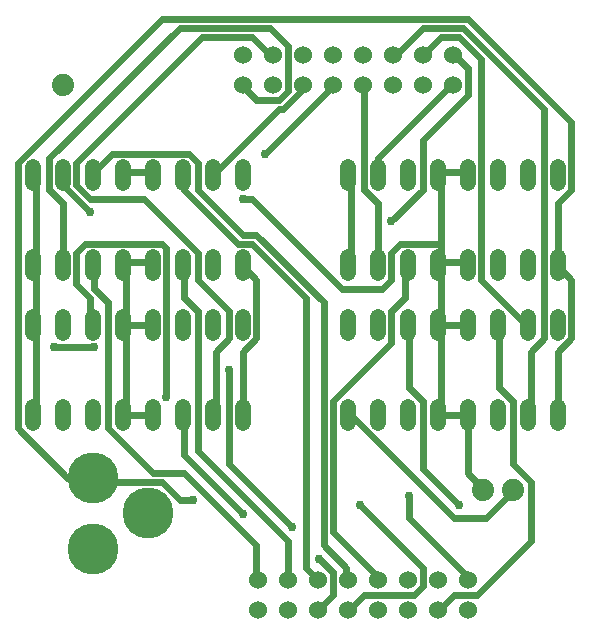
<source format=gbr>
G04 EAGLE Gerber X2 export*
%TF.Part,Single*%
%TF.FileFunction,Copper,L1,Top,Mixed*%
%TF.FilePolarity,Positive*%
%TF.GenerationSoftware,Autodesk,EAGLE,8.6.3*%
%TF.CreationDate,2018-02-26T22:29:53Z*%
G75*
%MOMM*%
%FSLAX34Y34*%
%LPD*%
%AMOC8*
5,1,8,0,0,1.08239X$1,22.5*%
G01*
%ADD10C,1.320800*%
%ADD11C,1.530000*%
%ADD12C,4.318000*%
%ADD13C,1.879600*%
%ADD14C,0.609600*%
%ADD15C,0.756400*%


D10*
X50800Y310896D02*
X50800Y324104D01*
X76200Y324104D02*
X76200Y310896D01*
X203200Y310896D02*
X203200Y324104D01*
X228600Y324104D02*
X228600Y310896D01*
X101600Y310896D02*
X101600Y324104D01*
X127000Y324104D02*
X127000Y310896D01*
X177800Y310896D02*
X177800Y324104D01*
X152400Y324104D02*
X152400Y310896D01*
X228600Y387096D02*
X228600Y400304D01*
X203200Y400304D02*
X203200Y387096D01*
X177800Y387096D02*
X177800Y400304D01*
X152400Y400304D02*
X152400Y387096D01*
X127000Y387096D02*
X127000Y400304D01*
X101600Y400304D02*
X101600Y387096D01*
X76200Y387096D02*
X76200Y400304D01*
X50800Y400304D02*
X50800Y387096D01*
X317500Y324104D02*
X317500Y310896D01*
X342900Y310896D02*
X342900Y324104D01*
X469900Y324104D02*
X469900Y310896D01*
X495300Y310896D02*
X495300Y324104D01*
X368300Y324104D02*
X368300Y310896D01*
X393700Y310896D02*
X393700Y324104D01*
X444500Y324104D02*
X444500Y310896D01*
X419100Y310896D02*
X419100Y324104D01*
X495300Y387096D02*
X495300Y400304D01*
X469900Y400304D02*
X469900Y387096D01*
X444500Y387096D02*
X444500Y400304D01*
X419100Y400304D02*
X419100Y387096D01*
X393700Y387096D02*
X393700Y400304D01*
X368300Y400304D02*
X368300Y387096D01*
X342900Y387096D02*
X342900Y400304D01*
X317500Y400304D02*
X317500Y387096D01*
X50800Y197104D02*
X50800Y183896D01*
X76200Y183896D02*
X76200Y197104D01*
X203200Y197104D02*
X203200Y183896D01*
X228600Y183896D02*
X228600Y197104D01*
X101600Y197104D02*
X101600Y183896D01*
X127000Y183896D02*
X127000Y197104D01*
X177800Y197104D02*
X177800Y183896D01*
X152400Y183896D02*
X152400Y197104D01*
X228600Y260096D02*
X228600Y273304D01*
X203200Y273304D02*
X203200Y260096D01*
X177800Y260096D02*
X177800Y273304D01*
X152400Y273304D02*
X152400Y260096D01*
X127000Y260096D02*
X127000Y273304D01*
X101600Y273304D02*
X101600Y260096D01*
X76200Y260096D02*
X76200Y273304D01*
X50800Y273304D02*
X50800Y260096D01*
X317500Y197104D02*
X317500Y183896D01*
X342900Y183896D02*
X342900Y197104D01*
X469900Y197104D02*
X469900Y183896D01*
X495300Y183896D02*
X495300Y197104D01*
X368300Y197104D02*
X368300Y183896D01*
X393700Y183896D02*
X393700Y197104D01*
X444500Y197104D02*
X444500Y183896D01*
X419100Y183896D02*
X419100Y197104D01*
X495300Y260096D02*
X495300Y273304D01*
X469900Y273304D02*
X469900Y260096D01*
X444500Y260096D02*
X444500Y273304D01*
X419100Y273304D02*
X419100Y260096D01*
X393700Y260096D02*
X393700Y273304D01*
X368300Y273304D02*
X368300Y260096D01*
X342900Y260096D02*
X342900Y273304D01*
X317500Y273304D02*
X317500Y260096D01*
D11*
X241300Y25400D03*
X241300Y50800D03*
X266700Y25400D03*
X266700Y50800D03*
X292100Y25400D03*
X292100Y50800D03*
X317500Y25400D03*
X317500Y50800D03*
X342900Y25400D03*
X342900Y50800D03*
X368300Y25400D03*
X368300Y50800D03*
X393700Y25400D03*
X393700Y50800D03*
X419100Y25400D03*
X419100Y50800D03*
X228600Y495300D03*
X228600Y469900D03*
X254000Y495300D03*
X254000Y469900D03*
X279400Y495300D03*
X279400Y469900D03*
X304800Y495300D03*
X304800Y469900D03*
X330200Y495300D03*
X330200Y469900D03*
X355600Y495300D03*
X355600Y469900D03*
X381000Y495300D03*
X381000Y469900D03*
X406400Y495300D03*
X406400Y469900D03*
D12*
X101600Y137000D03*
X101600Y77000D03*
X148600Y107000D03*
D13*
X76200Y469900D03*
X431800Y127000D03*
X457200Y127000D03*
D14*
X53340Y190500D02*
X53340Y266700D01*
X53340Y190500D02*
X50800Y190500D01*
X53340Y266700D02*
X53340Y316230D01*
X50800Y317500D01*
X50800Y266700D02*
X53340Y266700D01*
X53340Y320040D02*
X53340Y392430D01*
X50800Y393700D01*
X53340Y320040D02*
X50800Y317500D01*
X320040Y320040D02*
X320040Y392430D01*
X317500Y393700D01*
X320040Y320040D02*
X317500Y317500D01*
X457200Y125730D02*
X434340Y102870D01*
X407670Y102870D01*
X320040Y190500D01*
X457200Y127000D02*
X457200Y125730D01*
X320040Y190500D02*
X317500Y190500D01*
X102870Y297180D02*
X102870Y316230D01*
X102870Y297180D02*
X114300Y285750D01*
X114300Y179070D01*
X152400Y140970D01*
X179070Y140970D01*
X240030Y80010D01*
X240030Y53340D01*
X102870Y316230D02*
X101600Y317500D01*
X240030Y53340D02*
X241300Y50800D01*
X179070Y289560D02*
X179070Y316230D01*
X179070Y289560D02*
X190500Y278130D01*
X190500Y160020D01*
X266700Y83820D01*
X266700Y50800D01*
X179070Y316230D02*
X177800Y317500D01*
X179070Y381000D02*
X179070Y392430D01*
X179070Y381000D02*
X224790Y335280D01*
X236220Y335280D01*
X281940Y289560D01*
X281940Y60960D01*
X292100Y50800D01*
X179070Y392430D02*
X177800Y393700D01*
X118110Y411480D02*
X102870Y396240D01*
X118110Y411480D02*
X182880Y411480D01*
X190500Y403860D01*
X190500Y381000D01*
X228600Y342900D01*
X240030Y342900D01*
X297180Y285750D01*
X297180Y80010D01*
X316230Y60960D01*
X316230Y53340D01*
X101600Y393700D02*
X102870Y396240D01*
X316230Y53340D02*
X317500Y50800D01*
X369570Y102870D02*
X369570Y121920D01*
X369570Y102870D02*
X419100Y53340D01*
X419100Y50800D01*
D15*
X369570Y121920D03*
D14*
X365760Y289560D02*
X365760Y316230D01*
X365760Y289560D02*
X354330Y278130D01*
X354330Y251460D01*
X304800Y201930D01*
X304800Y91440D01*
X342900Y53340D01*
X365760Y316230D02*
X368300Y317500D01*
X342900Y53340D02*
X342900Y50800D01*
X179070Y156210D02*
X179070Y190500D01*
X179070Y156210D02*
X228600Y106680D01*
X179070Y190500D02*
X177800Y190500D01*
D15*
X228600Y106680D03*
D14*
X217170Y148590D02*
X217170Y228600D01*
X217170Y148590D02*
X270510Y95250D01*
X293370Y68580D02*
X304800Y57150D01*
X304800Y38100D01*
X292100Y25400D01*
D15*
X217170Y228600D03*
X270510Y95250D03*
X293370Y68580D03*
D14*
X99060Y266700D02*
X99060Y289560D01*
X87630Y300990D01*
X87630Y327660D01*
X95250Y335280D01*
X160020Y335280D01*
X163830Y331470D01*
X163830Y205740D01*
X327660Y114300D02*
X381000Y60960D01*
X381000Y45720D01*
X373380Y38100D01*
X331470Y38100D01*
X320040Y26670D01*
X101600Y266700D02*
X99060Y266700D01*
X317500Y25400D02*
X320040Y26670D01*
D15*
X163830Y205740D03*
X327660Y114300D03*
D14*
X445770Y213360D02*
X445770Y266700D01*
X445770Y213360D02*
X457200Y201930D01*
X457200Y148590D01*
X472440Y133350D01*
X472440Y83820D01*
X426720Y38100D01*
X407670Y38100D01*
X396240Y26670D01*
X444500Y266700D02*
X445770Y266700D01*
X396240Y26670D02*
X393700Y25400D01*
X369570Y213360D02*
X369570Y266700D01*
X369570Y213360D02*
X381000Y201930D01*
X381000Y144780D01*
X411480Y114300D01*
X369570Y266700D02*
X368300Y266700D01*
D15*
X411480Y114300D03*
D14*
X205740Y190500D02*
X205740Y243840D01*
X217170Y255270D01*
X217170Y278130D01*
X190500Y304800D01*
X190500Y327660D01*
X144780Y373380D01*
X99060Y373380D01*
X87630Y384810D01*
X87630Y403860D01*
X194310Y510540D01*
X236220Y510540D01*
X251460Y495300D01*
X205740Y190500D02*
X203200Y190500D01*
X251460Y495300D02*
X254000Y495300D01*
X472440Y243840D02*
X472440Y190500D01*
X472440Y243840D02*
X483870Y255270D01*
X483870Y449580D01*
X415290Y518160D01*
X381000Y518160D01*
X358140Y495300D01*
X469900Y190500D02*
X472440Y190500D01*
X358140Y495300D02*
X355600Y495300D01*
X381000Y381000D02*
X354330Y354330D01*
X381000Y381000D02*
X381000Y422910D01*
X419100Y461010D01*
X419100Y483870D01*
X407670Y495300D01*
X406400Y495300D01*
D15*
X354330Y354330D03*
D14*
X430530Y304800D02*
X468630Y266700D01*
X430530Y304800D02*
X430530Y491490D01*
X411480Y510540D01*
X396240Y510540D01*
X381000Y495300D01*
X468630Y266700D02*
X469900Y266700D01*
X76200Y317500D02*
X76200Y369570D01*
X64770Y381000D01*
X64770Y407670D01*
X175260Y518160D01*
X251460Y518160D01*
X266700Y502920D01*
X266700Y464820D01*
X259080Y457200D01*
X240030Y457200D01*
X228600Y468630D01*
X228600Y469900D01*
X259080Y449580D02*
X203200Y393700D01*
X259080Y449580D02*
X262890Y449580D01*
X281940Y468630D01*
X279400Y469900D01*
X342900Y369570D02*
X342900Y317500D01*
X342900Y369570D02*
X331470Y381000D01*
X331470Y468630D01*
X330200Y469900D01*
X342900Y407670D02*
X342900Y393700D01*
X342900Y407670D02*
X403860Y468630D01*
X406400Y469900D01*
X76200Y393700D02*
X76200Y384810D01*
X99060Y361950D01*
X247650Y411480D02*
X304800Y468630D01*
X304800Y469900D01*
D15*
X99060Y361950D03*
X247650Y411480D03*
D14*
X495300Y243840D02*
X495300Y190500D01*
X495300Y243840D02*
X506730Y255270D01*
X506730Y304800D01*
X495300Y316230D01*
X495300Y317500D01*
X228600Y243840D02*
X228600Y190500D01*
X228600Y243840D02*
X240030Y255270D01*
X240030Y304800D01*
X228600Y316230D01*
X228600Y317500D01*
X186690Y118110D02*
X175260Y118110D01*
X160020Y133350D01*
X102870Y133350D01*
X101600Y137000D01*
X495300Y317500D02*
X495300Y369570D01*
X506730Y381000D01*
X506730Y438150D01*
X419100Y525780D01*
X160020Y525780D01*
X38100Y403860D01*
X38100Y179070D01*
X80010Y137160D01*
X99060Y137160D01*
X101600Y137000D01*
D15*
X186690Y118110D03*
D14*
X152400Y396240D02*
X129540Y396240D01*
X127000Y393700D01*
X152400Y393700D02*
X152400Y396240D01*
X152400Y320040D02*
X129540Y320040D01*
X127000Y317500D01*
X152400Y317500D02*
X152400Y320040D01*
X152400Y190500D02*
X129540Y190500D01*
X129540Y266700D02*
X152400Y266700D01*
X129540Y266700D02*
X129540Y190500D01*
X127000Y190500D01*
X129540Y266700D02*
X129540Y316230D01*
X127000Y317500D01*
X127000Y266700D02*
X129540Y266700D01*
X396240Y190500D02*
X419100Y190500D01*
X419100Y140970D01*
X430530Y129540D01*
X431800Y127000D01*
X419100Y396240D02*
X396240Y396240D01*
X393700Y393700D01*
X419100Y393700D02*
X419100Y396240D01*
X419100Y266700D02*
X396240Y266700D01*
X396240Y320040D02*
X419100Y320040D01*
X419100Y317500D01*
X396240Y316230D02*
X396240Y266700D01*
X396240Y316230D02*
X393700Y317500D01*
X396240Y320040D02*
X396240Y335280D01*
X396240Y392430D01*
X393700Y393700D01*
X396240Y320040D02*
X393700Y317500D01*
X396240Y266700D02*
X396240Y190500D01*
X393700Y190500D01*
X393700Y266700D02*
X396240Y266700D01*
X236220Y373380D02*
X228600Y373380D01*
X236220Y373380D02*
X312420Y297180D01*
X346710Y297180D01*
X354330Y304800D01*
X354330Y327660D01*
X361950Y335280D01*
X396240Y335280D01*
X102870Y247650D02*
X68580Y247650D01*
D15*
X228600Y373380D03*
X68580Y247650D03*
X102870Y247650D03*
M02*

</source>
